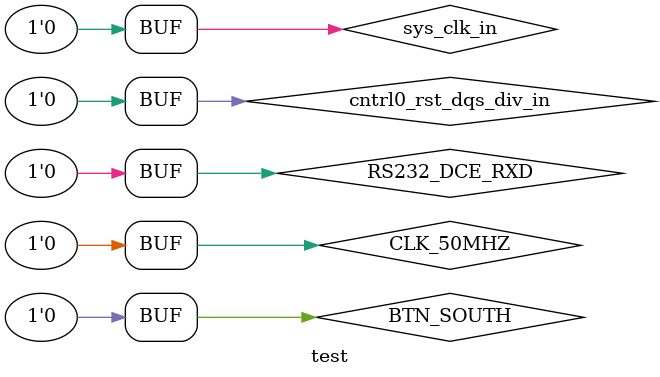
<source format=v>
`timescale 1ns / 1ps


module test;

	// Inputs
	reg cntrl0_rst_dqs_div_in;
	reg sys_clk_in;
	reg CLK_50MHZ;
	reg BTN_SOUTH;
	reg RS232_DCE_RXD;

	// Outputs
	wire [12:0] cntrl0_ddr2_a;
	wire [1:0] cntrl0_ddr2_ba;
	wire cntrl0_ddr2_cke;
	wire cntrl0_ddr2_cs_n;
	wire cntrl0_ddr2_ras_n;
	wire cntrl0_ddr2_cas_n;
	wire cntrl0_ddr2_we_n;
	wire cntrl0_ddr2_odt;
	wire [1:0] cntrl0_ddr2_dm;
	wire cntrl0_ddr2_ck;
	wire cntrl0_ddr2_ck_n;
	wire cntrl0_rst_dqs_div_out;
	wire [3:0] VGA_R;
	wire [3:0] VGA_G;
	wire [3:0] VGA_B;
	wire VGA_HSYNC;
	wire VGA_VSYNC;
	wire [7:0] LED;
	wire FPGA_AWAKE;
	wire RS232_DCE_TXD;
	wire [47:0]CPU_INSTR;

	// Bidirs
	wire [15:0] cntrl0_ddr2_dq;
	wire [1:0] cntrl0_ddr2_dqs;
	wire [1:0] cntrl0_ddr2_dqs_n;

	// Instantiate the Unit Under Test (UUT)
	system uut (
		.cntrl0_ddr2_dq(cntrl0_ddr2_dq), 
		.cntrl0_ddr2_a(cntrl0_ddr2_a), 
		.cntrl0_ddr2_ba(cntrl0_ddr2_ba), 
		.cntrl0_ddr2_cke(cntrl0_ddr2_cke), 
		.cntrl0_ddr2_cs_n(cntrl0_ddr2_cs_n), 
		.cntrl0_ddr2_ras_n(cntrl0_ddr2_ras_n), 
		.cntrl0_ddr2_cas_n(cntrl0_ddr2_cas_n), 
		.cntrl0_ddr2_we_n(cntrl0_ddr2_we_n), 
		.cntrl0_ddr2_odt(cntrl0_ddr2_odt), 
		.cntrl0_ddr2_dm(cntrl0_ddr2_dm), 
		.cntrl0_ddr2_dqs(cntrl0_ddr2_dqs), 
		.cntrl0_ddr2_dqs_n(cntrl0_ddr2_dqs_n), 
		.cntrl0_ddr2_ck(cntrl0_ddr2_ck), 
		.cntrl0_ddr2_ck_n(cntrl0_ddr2_ck_n), 
		.cntrl0_rst_dqs_div_in(cntrl0_rst_dqs_div_in), 
		.cntrl0_rst_dqs_div_out(cntrl0_rst_dqs_div_out), 
		.sys_clk_in(sys_clk_in), 
		.CLK_50MHZ(CLK_50MHZ), 
		.VGA_R(VGA_R), 
		.VGA_G(VGA_G), 
		.VGA_B(VGA_B), 
		.VGA_HSYNC(VGA_HSYNC), 
		.VGA_VSYNC(VGA_VSYNC), 
		.BTN_SOUTH(BTN_SOUTH), 
		.LED(LED), 
		.FPGA_AWAKE(FPGA_AWAKE), 
		.RS232_DCE_RXD(RS232_DCE_RXD), 
		.RS232_DCE_TXD(RS232_DCE_TXD),
		.CPU_INSTR(CPU_INSTR),
		.CE(CE),
		.CPU_CE(CPU_CE) 
	);

	initial begin
		// Initialize Inputs
		cntrl0_rst_dqs_div_in = 0;
		sys_clk_in = 0;
		CLK_50MHZ = 0;
		BTN_SOUTH = 1;
		RS232_DCE_RXD = 0;

		// Wait 100 ns for global reset to finish
		#300;
        
		// Add stimulus here
		BTN_SOUTH = 0;
	end
	
	always begin
		#3.76	sys_clk_in = 1;
		#3.76	sys_clk_in = 0;
	end

	always begin
		#10	CLK_50MHZ = 1;
		#10	CLK_50MHZ = 0;
	end
      
endmodule


</source>
